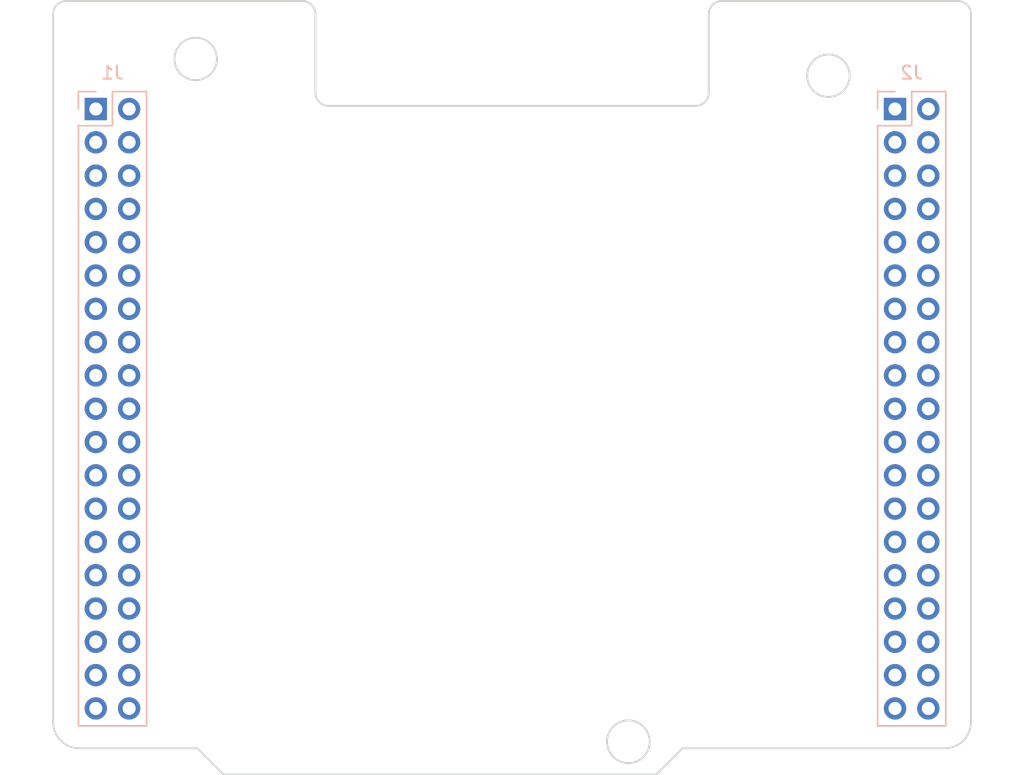
<source format=kicad_pcb>
(kicad_pcb (version 20171130) (host pcbnew "(5.1.8)-1")

  (general
    (thickness 1.6)
    (drawings 23)
    (tracks 0)
    (zones 0)
    (modules 2)
    (nets 1)
  )

  (page A4)
  (layers
    (0 F.Cu signal)
    (31 B.Cu signal)
    (32 B.Adhes user)
    (33 F.Adhes user)
    (34 B.Paste user)
    (35 F.Paste user)
    (36 B.SilkS user)
    (37 F.SilkS user hide)
    (38 B.Mask user)
    (39 F.Mask user)
    (40 Dwgs.User user hide)
    (41 Cmts.User user)
    (42 Eco1.User user)
    (43 Eco2.User user)
    (44 Edge.Cuts user)
    (45 Margin user)
    (46 B.CrtYd user hide)
    (47 F.CrtYd user hide)
    (48 B.Fab user)
    (49 F.Fab user hide)
  )

  (setup
    (last_trace_width 0.25)
    (trace_clearance 0.2)
    (zone_clearance 0.508)
    (zone_45_only no)
    (trace_min 0.2)
    (via_size 0.8)
    (via_drill 0.4)
    (via_min_size 0.4)
    (via_min_drill 0.3)
    (uvia_size 0.3)
    (uvia_drill 0.1)
    (uvias_allowed no)
    (uvia_min_size 0.2)
    (uvia_min_drill 0.1)
    (edge_width 0.05)
    (segment_width 0.2)
    (pcb_text_width 0.3)
    (pcb_text_size 1.5 1.5)
    (mod_edge_width 0.12)
    (mod_text_size 1 1)
    (mod_text_width 0.15)
    (pad_size 1.524 1.524)
    (pad_drill 0.762)
    (pad_to_mask_clearance 0)
    (aux_axis_origin 0 0)
    (grid_origin 35.779103 101.552105)
    (visible_elements FFFFFF7F)
    (pcbplotparams
      (layerselection 0x010fc_ffffffff)
      (usegerberextensions false)
      (usegerberattributes true)
      (usegerberadvancedattributes true)
      (creategerberjobfile true)
      (excludeedgelayer true)
      (linewidth 0.100000)
      (plotframeref false)
      (viasonmask false)
      (mode 1)
      (useauxorigin false)
      (hpglpennumber 1)
      (hpglpenspeed 20)
      (hpglpendiameter 15.000000)
      (psnegative false)
      (psa4output false)
      (plotreference true)
      (plotvalue true)
      (plotinvisibletext false)
      (padsonsilk false)
      (subtractmaskfromsilk false)
      (outputformat 1)
      (mirror false)
      (drillshape 1)
      (scaleselection 1)
      (outputdirectory ""))
  )

  (net 0 "")

  (net_class Default "This is the default net class."
    (clearance 0.2)
    (trace_width 0.25)
    (via_dia 0.8)
    (via_drill 0.4)
    (uvia_dia 0.3)
    (uvia_drill 0.1)
    (add_net "Net-(J1-Pad1)")
    (add_net "Net-(J1-Pad10)")
    (add_net "Net-(J1-Pad11)")
    (add_net "Net-(J1-Pad12)")
    (add_net "Net-(J1-Pad13)")
    (add_net "Net-(J1-Pad14)")
    (add_net "Net-(J1-Pad15)")
    (add_net "Net-(J1-Pad16)")
    (add_net "Net-(J1-Pad17)")
    (add_net "Net-(J1-Pad18)")
    (add_net "Net-(J1-Pad19)")
    (add_net "Net-(J1-Pad2)")
    (add_net "Net-(J1-Pad20)")
    (add_net "Net-(J1-Pad21)")
    (add_net "Net-(J1-Pad22)")
    (add_net "Net-(J1-Pad23)")
    (add_net "Net-(J1-Pad24)")
    (add_net "Net-(J1-Pad25)")
    (add_net "Net-(J1-Pad26)")
    (add_net "Net-(J1-Pad27)")
    (add_net "Net-(J1-Pad28)")
    (add_net "Net-(J1-Pad29)")
    (add_net "Net-(J1-Pad3)")
    (add_net "Net-(J1-Pad30)")
    (add_net "Net-(J1-Pad31)")
    (add_net "Net-(J1-Pad32)")
    (add_net "Net-(J1-Pad33)")
    (add_net "Net-(J1-Pad34)")
    (add_net "Net-(J1-Pad35)")
    (add_net "Net-(J1-Pad36)")
    (add_net "Net-(J1-Pad37)")
    (add_net "Net-(J1-Pad38)")
    (add_net "Net-(J1-Pad4)")
    (add_net "Net-(J1-Pad5)")
    (add_net "Net-(J1-Pad6)")
    (add_net "Net-(J1-Pad7)")
    (add_net "Net-(J1-Pad8)")
    (add_net "Net-(J1-Pad9)")
    (add_net "Net-(J2-Pad1)")
    (add_net "Net-(J2-Pad10)")
    (add_net "Net-(J2-Pad11)")
    (add_net "Net-(J2-Pad12)")
    (add_net "Net-(J2-Pad13)")
    (add_net "Net-(J2-Pad14)")
    (add_net "Net-(J2-Pad15)")
    (add_net "Net-(J2-Pad16)")
    (add_net "Net-(J2-Pad17)")
    (add_net "Net-(J2-Pad18)")
    (add_net "Net-(J2-Pad19)")
    (add_net "Net-(J2-Pad2)")
    (add_net "Net-(J2-Pad20)")
    (add_net "Net-(J2-Pad21)")
    (add_net "Net-(J2-Pad22)")
    (add_net "Net-(J2-Pad23)")
    (add_net "Net-(J2-Pad24)")
    (add_net "Net-(J2-Pad25)")
    (add_net "Net-(J2-Pad26)")
    (add_net "Net-(J2-Pad27)")
    (add_net "Net-(J2-Pad28)")
    (add_net "Net-(J2-Pad29)")
    (add_net "Net-(J2-Pad3)")
    (add_net "Net-(J2-Pad30)")
    (add_net "Net-(J2-Pad31)")
    (add_net "Net-(J2-Pad32)")
    (add_net "Net-(J2-Pad33)")
    (add_net "Net-(J2-Pad34)")
    (add_net "Net-(J2-Pad35)")
    (add_net "Net-(J2-Pad36)")
    (add_net "Net-(J2-Pad37)")
    (add_net "Net-(J2-Pad38)")
    (add_net "Net-(J2-Pad4)")
    (add_net "Net-(J2-Pad5)")
    (add_net "Net-(J2-Pad6)")
    (add_net "Net-(J2-Pad7)")
    (add_net "Net-(J2-Pad8)")
    (add_net "Net-(J2-Pad9)")
  )

  (module Connector_PinSocket_2.54mm:PinSocket_2x19_P2.54mm_Vertical (layer B.Cu) (tedit 5A19A42E) (tstamp 6019C2A9)
    (at 96.739103 101.552105 180)
    (descr "Through hole straight socket strip, 2x19, 2.54mm pitch, double cols (from Kicad 4.0.7), script generated")
    (tags "Through hole socket strip THT 2x19 2.54mm double row")
    (path /6019CEC4)
    (fp_text reference J2 (at -1.27 2.77) (layer B.SilkS)
      (effects (font (size 1 1) (thickness 0.15)) (justify mirror))
    )
    (fp_text value Conn_02x19_Odd_Even (at -1.27 -48.49) (layer B.Fab)
      (effects (font (size 1 1) (thickness 0.15)) (justify mirror))
    )
    (fp_text user %R (at -1.27 -22.86 270) (layer B.Fab)
      (effects (font (size 1 1) (thickness 0.15)) (justify mirror))
    )
    (fp_line (start -3.81 1.27) (end 0.27 1.27) (layer B.Fab) (width 0.1))
    (fp_line (start 0.27 1.27) (end 1.27 0.27) (layer B.Fab) (width 0.1))
    (fp_line (start 1.27 0.27) (end 1.27 -46.99) (layer B.Fab) (width 0.1))
    (fp_line (start 1.27 -46.99) (end -3.81 -46.99) (layer B.Fab) (width 0.1))
    (fp_line (start -3.81 -46.99) (end -3.81 1.27) (layer B.Fab) (width 0.1))
    (fp_line (start -3.87 1.33) (end -1.27 1.33) (layer B.SilkS) (width 0.12))
    (fp_line (start -3.87 1.33) (end -3.87 -47.05) (layer B.SilkS) (width 0.12))
    (fp_line (start -3.87 -47.05) (end 1.33 -47.05) (layer B.SilkS) (width 0.12))
    (fp_line (start 1.33 -1.27) (end 1.33 -47.05) (layer B.SilkS) (width 0.12))
    (fp_line (start -1.27 -1.27) (end 1.33 -1.27) (layer B.SilkS) (width 0.12))
    (fp_line (start -1.27 1.33) (end -1.27 -1.27) (layer B.SilkS) (width 0.12))
    (fp_line (start 1.33 1.33) (end 1.33 0) (layer B.SilkS) (width 0.12))
    (fp_line (start 0 1.33) (end 1.33 1.33) (layer B.SilkS) (width 0.12))
    (fp_line (start -4.34 1.8) (end 1.76 1.8) (layer B.CrtYd) (width 0.05))
    (fp_line (start 1.76 1.8) (end 1.76 -47.5) (layer B.CrtYd) (width 0.05))
    (fp_line (start 1.76 -47.5) (end -4.34 -47.5) (layer B.CrtYd) (width 0.05))
    (fp_line (start -4.34 -47.5) (end -4.34 1.8) (layer B.CrtYd) (width 0.05))
    (pad 38 thru_hole oval (at -2.54 -45.72 180) (size 1.7 1.7) (drill 1) (layers *.Cu *.Mask))
    (pad 37 thru_hole oval (at 0 -45.72 180) (size 1.7 1.7) (drill 1) (layers *.Cu *.Mask))
    (pad 36 thru_hole oval (at -2.54 -43.18 180) (size 1.7 1.7) (drill 1) (layers *.Cu *.Mask))
    (pad 35 thru_hole oval (at 0 -43.18 180) (size 1.7 1.7) (drill 1) (layers *.Cu *.Mask))
    (pad 34 thru_hole oval (at -2.54 -40.64 180) (size 1.7 1.7) (drill 1) (layers *.Cu *.Mask))
    (pad 33 thru_hole oval (at 0 -40.64 180) (size 1.7 1.7) (drill 1) (layers *.Cu *.Mask))
    (pad 32 thru_hole oval (at -2.54 -38.1 180) (size 1.7 1.7) (drill 1) (layers *.Cu *.Mask))
    (pad 31 thru_hole oval (at 0 -38.1 180) (size 1.7 1.7) (drill 1) (layers *.Cu *.Mask))
    (pad 30 thru_hole oval (at -2.54 -35.56 180) (size 1.7 1.7) (drill 1) (layers *.Cu *.Mask))
    (pad 29 thru_hole oval (at 0 -35.56 180) (size 1.7 1.7) (drill 1) (layers *.Cu *.Mask))
    (pad 28 thru_hole oval (at -2.54 -33.02 180) (size 1.7 1.7) (drill 1) (layers *.Cu *.Mask))
    (pad 27 thru_hole oval (at 0 -33.02 180) (size 1.7 1.7) (drill 1) (layers *.Cu *.Mask))
    (pad 26 thru_hole oval (at -2.54 -30.48 180) (size 1.7 1.7) (drill 1) (layers *.Cu *.Mask))
    (pad 25 thru_hole oval (at 0 -30.48 180) (size 1.7 1.7) (drill 1) (layers *.Cu *.Mask))
    (pad 24 thru_hole oval (at -2.54 -27.94 180) (size 1.7 1.7) (drill 1) (layers *.Cu *.Mask))
    (pad 23 thru_hole oval (at 0 -27.94 180) (size 1.7 1.7) (drill 1) (layers *.Cu *.Mask))
    (pad 22 thru_hole oval (at -2.54 -25.4 180) (size 1.7 1.7) (drill 1) (layers *.Cu *.Mask))
    (pad 21 thru_hole oval (at 0 -25.4 180) (size 1.7 1.7) (drill 1) (layers *.Cu *.Mask))
    (pad 20 thru_hole oval (at -2.54 -22.86 180) (size 1.7 1.7) (drill 1) (layers *.Cu *.Mask))
    (pad 19 thru_hole oval (at 0 -22.86 180) (size 1.7 1.7) (drill 1) (layers *.Cu *.Mask))
    (pad 18 thru_hole oval (at -2.54 -20.32 180) (size 1.7 1.7) (drill 1) (layers *.Cu *.Mask))
    (pad 17 thru_hole oval (at 0 -20.32 180) (size 1.7 1.7) (drill 1) (layers *.Cu *.Mask))
    (pad 16 thru_hole oval (at -2.54 -17.78 180) (size 1.7 1.7) (drill 1) (layers *.Cu *.Mask))
    (pad 15 thru_hole oval (at 0 -17.78 180) (size 1.7 1.7) (drill 1) (layers *.Cu *.Mask))
    (pad 14 thru_hole oval (at -2.54 -15.24 180) (size 1.7 1.7) (drill 1) (layers *.Cu *.Mask))
    (pad 13 thru_hole oval (at 0 -15.24 180) (size 1.7 1.7) (drill 1) (layers *.Cu *.Mask))
    (pad 12 thru_hole oval (at -2.54 -12.7 180) (size 1.7 1.7) (drill 1) (layers *.Cu *.Mask))
    (pad 11 thru_hole oval (at 0 -12.7 180) (size 1.7 1.7) (drill 1) (layers *.Cu *.Mask))
    (pad 10 thru_hole oval (at -2.54 -10.16 180) (size 1.7 1.7) (drill 1) (layers *.Cu *.Mask))
    (pad 9 thru_hole oval (at 0 -10.16 180) (size 1.7 1.7) (drill 1) (layers *.Cu *.Mask))
    (pad 8 thru_hole oval (at -2.54 -7.62 180) (size 1.7 1.7) (drill 1) (layers *.Cu *.Mask))
    (pad 7 thru_hole oval (at 0 -7.62 180) (size 1.7 1.7) (drill 1) (layers *.Cu *.Mask))
    (pad 6 thru_hole oval (at -2.54 -5.08 180) (size 1.7 1.7) (drill 1) (layers *.Cu *.Mask))
    (pad 5 thru_hole oval (at 0 -5.08 180) (size 1.7 1.7) (drill 1) (layers *.Cu *.Mask))
    (pad 4 thru_hole oval (at -2.54 -2.54 180) (size 1.7 1.7) (drill 1) (layers *.Cu *.Mask))
    (pad 3 thru_hole oval (at 0 -2.54 180) (size 1.7 1.7) (drill 1) (layers *.Cu *.Mask))
    (pad 2 thru_hole oval (at -2.54 0 180) (size 1.7 1.7) (drill 1) (layers *.Cu *.Mask))
    (pad 1 thru_hole rect (at 0 0 180) (size 1.7 1.7) (drill 1) (layers *.Cu *.Mask))
    (model ${KISYS3DMOD}/Connector_PinSocket_2.54mm.3dshapes/PinSocket_2x19_P2.54mm_Vertical.wrl
      (at (xyz 0 0 0))
      (scale (xyz 1 1 1))
      (rotate (xyz 0 0 0))
    )
  )

  (module Connector_PinSocket_2.54mm:PinSocket_2x19_P2.54mm_Vertical (layer B.Cu) (tedit 5A19A42E) (tstamp 6019BDC5)
    (at 35.779103 101.552105 180)
    (descr "Through hole straight socket strip, 2x19, 2.54mm pitch, double cols (from Kicad 4.0.7), script generated")
    (tags "Through hole socket strip THT 2x19 2.54mm double row")
    (path /60198722)
    (fp_text reference J1 (at -1.27 2.77) (layer B.SilkS)
      (effects (font (size 1 1) (thickness 0.15)) (justify mirror))
    )
    (fp_text value Conn_02x19_Odd_Even (at -1.27 -48.49) (layer B.Fab)
      (effects (font (size 1 1) (thickness 0.15)) (justify mirror))
    )
    (fp_text user %R (at -1.27 -22.86 270) (layer B.Fab)
      (effects (font (size 1 1) (thickness 0.15)) (justify mirror))
    )
    (fp_line (start -3.81 1.27) (end 0.27 1.27) (layer B.Fab) (width 0.1))
    (fp_line (start 0.27 1.27) (end 1.27 0.27) (layer B.Fab) (width 0.1))
    (fp_line (start 1.27 0.27) (end 1.27 -46.99) (layer B.Fab) (width 0.1))
    (fp_line (start 1.27 -46.99) (end -3.81 -46.99) (layer B.Fab) (width 0.1))
    (fp_line (start -3.81 -46.99) (end -3.81 1.27) (layer B.Fab) (width 0.1))
    (fp_line (start -3.87 1.33) (end -1.27 1.33) (layer B.SilkS) (width 0.12))
    (fp_line (start -3.87 1.33) (end -3.87 -47.05) (layer B.SilkS) (width 0.12))
    (fp_line (start -3.87 -47.05) (end 1.33 -47.05) (layer B.SilkS) (width 0.12))
    (fp_line (start 1.33 -1.27) (end 1.33 -47.05) (layer B.SilkS) (width 0.12))
    (fp_line (start -1.27 -1.27) (end 1.33 -1.27) (layer B.SilkS) (width 0.12))
    (fp_line (start -1.27 1.33) (end -1.27 -1.27) (layer B.SilkS) (width 0.12))
    (fp_line (start 1.33 1.33) (end 1.33 0) (layer B.SilkS) (width 0.12))
    (fp_line (start 0 1.33) (end 1.33 1.33) (layer B.SilkS) (width 0.12))
    (fp_line (start -4.34 1.8) (end 1.76 1.8) (layer B.CrtYd) (width 0.05))
    (fp_line (start 1.76 1.8) (end 1.76 -47.5) (layer B.CrtYd) (width 0.05))
    (fp_line (start 1.76 -47.5) (end -4.34 -47.5) (layer B.CrtYd) (width 0.05))
    (fp_line (start -4.34 -47.5) (end -4.34 1.8) (layer B.CrtYd) (width 0.05))
    (pad 38 thru_hole oval (at -2.54 -45.72 180) (size 1.7 1.7) (drill 1) (layers *.Cu *.Mask))
    (pad 37 thru_hole oval (at 0 -45.72 180) (size 1.7 1.7) (drill 1) (layers *.Cu *.Mask))
    (pad 36 thru_hole oval (at -2.54 -43.18 180) (size 1.7 1.7) (drill 1) (layers *.Cu *.Mask))
    (pad 35 thru_hole oval (at 0 -43.18 180) (size 1.7 1.7) (drill 1) (layers *.Cu *.Mask))
    (pad 34 thru_hole oval (at -2.54 -40.64 180) (size 1.7 1.7) (drill 1) (layers *.Cu *.Mask))
    (pad 33 thru_hole oval (at 0 -40.64 180) (size 1.7 1.7) (drill 1) (layers *.Cu *.Mask))
    (pad 32 thru_hole oval (at -2.54 -38.1 180) (size 1.7 1.7) (drill 1) (layers *.Cu *.Mask))
    (pad 31 thru_hole oval (at 0 -38.1 180) (size 1.7 1.7) (drill 1) (layers *.Cu *.Mask))
    (pad 30 thru_hole oval (at -2.54 -35.56 180) (size 1.7 1.7) (drill 1) (layers *.Cu *.Mask))
    (pad 29 thru_hole oval (at 0 -35.56 180) (size 1.7 1.7) (drill 1) (layers *.Cu *.Mask))
    (pad 28 thru_hole oval (at -2.54 -33.02 180) (size 1.7 1.7) (drill 1) (layers *.Cu *.Mask))
    (pad 27 thru_hole oval (at 0 -33.02 180) (size 1.7 1.7) (drill 1) (layers *.Cu *.Mask))
    (pad 26 thru_hole oval (at -2.54 -30.48 180) (size 1.7 1.7) (drill 1) (layers *.Cu *.Mask))
    (pad 25 thru_hole oval (at 0 -30.48 180) (size 1.7 1.7) (drill 1) (layers *.Cu *.Mask))
    (pad 24 thru_hole oval (at -2.54 -27.94 180) (size 1.7 1.7) (drill 1) (layers *.Cu *.Mask))
    (pad 23 thru_hole oval (at 0 -27.94 180) (size 1.7 1.7) (drill 1) (layers *.Cu *.Mask))
    (pad 22 thru_hole oval (at -2.54 -25.4 180) (size 1.7 1.7) (drill 1) (layers *.Cu *.Mask))
    (pad 21 thru_hole oval (at 0 -25.4 180) (size 1.7 1.7) (drill 1) (layers *.Cu *.Mask))
    (pad 20 thru_hole oval (at -2.54 -22.86 180) (size 1.7 1.7) (drill 1) (layers *.Cu *.Mask))
    (pad 19 thru_hole oval (at 0 -22.86 180) (size 1.7 1.7) (drill 1) (layers *.Cu *.Mask))
    (pad 18 thru_hole oval (at -2.54 -20.32 180) (size 1.7 1.7) (drill 1) (layers *.Cu *.Mask))
    (pad 17 thru_hole oval (at 0 -20.32 180) (size 1.7 1.7) (drill 1) (layers *.Cu *.Mask))
    (pad 16 thru_hole oval (at -2.54 -17.78 180) (size 1.7 1.7) (drill 1) (layers *.Cu *.Mask))
    (pad 15 thru_hole oval (at 0 -17.78 180) (size 1.7 1.7) (drill 1) (layers *.Cu *.Mask))
    (pad 14 thru_hole oval (at -2.54 -15.24 180) (size 1.7 1.7) (drill 1) (layers *.Cu *.Mask))
    (pad 13 thru_hole oval (at 0 -15.24 180) (size 1.7 1.7) (drill 1) (layers *.Cu *.Mask))
    (pad 12 thru_hole oval (at -2.54 -12.7 180) (size 1.7 1.7) (drill 1) (layers *.Cu *.Mask))
    (pad 11 thru_hole oval (at 0 -12.7 180) (size 1.7 1.7) (drill 1) (layers *.Cu *.Mask))
    (pad 10 thru_hole oval (at -2.54 -10.16 180) (size 1.7 1.7) (drill 1) (layers *.Cu *.Mask))
    (pad 9 thru_hole oval (at 0 -10.16 180) (size 1.7 1.7) (drill 1) (layers *.Cu *.Mask))
    (pad 8 thru_hole oval (at -2.54 -7.62 180) (size 1.7 1.7) (drill 1) (layers *.Cu *.Mask))
    (pad 7 thru_hole oval (at 0 -7.62 180) (size 1.7 1.7) (drill 1) (layers *.Cu *.Mask))
    (pad 6 thru_hole oval (at -2.54 -5.08 180) (size 1.7 1.7) (drill 1) (layers *.Cu *.Mask))
    (pad 5 thru_hole oval (at 0 -5.08 180) (size 1.7 1.7) (drill 1) (layers *.Cu *.Mask))
    (pad 4 thru_hole oval (at -2.54 -2.54 180) (size 1.7 1.7) (drill 1) (layers *.Cu *.Mask))
    (pad 3 thru_hole oval (at 0 -2.54 180) (size 1.7 1.7) (drill 1) (layers *.Cu *.Mask))
    (pad 2 thru_hole oval (at -2.54 0 180) (size 1.7 1.7) (drill 1) (layers *.Cu *.Mask))
    (pad 1 thru_hole rect (at 0 0 180) (size 1.7 1.7) (drill 1) (layers *.Cu *.Mask))
    (model ${KISYS3DMOD}/Connector_PinSocket_2.54mm.3dshapes/PinSocket_2x19_P2.54mm_Vertical.wrl
      (at (xyz 0 0 0))
      (scale (xyz 1 1 1))
      (rotate (xyz 0 0 0))
    )
  )

  (gr_line (start 43.529103 150.312105) (end 45.529103 152.312105) (layer Edge.Cuts) (width 0.15) (tstamp 6019312F))
  (gr_circle (center 76.399103 149.812105) (end 78.029103 149.812105) (layer Edge.Cuts) (width 0.15) (tstamp 60193123))
  (gr_arc (start 51.529103 94.312105) (end 51.529103 93.312105) (angle 90) (layer Edge.Cuts) (width 0.15) (tstamp 60193136))
  (gr_line (start 34.529103 150.312105) (end 43.529103 150.312105) (layer Edge.Cuts) (width 0.15) (tstamp 60193135))
  (gr_arc (start 33.529103 94.312105) (end 32.529103 94.312105) (angle 90) (layer Edge.Cuts) (width 0.15) (tstamp 60193134))
  (gr_line (start 101.529103 93.312105) (end 83.529103 93.312105) (layer Edge.Cuts) (width 0.15) (tstamp 60193133))
  (gr_line (start 33.529103 93.312105) (end 51.529103 93.312105) (layer Edge.Cuts) (width 0.15) (tstamp 60193132))
  (gr_line (start 82.529103 94.312105) (end 82.529103 100.312105) (layer Edge.Cuts) (width 0.15) (tstamp 60193131))
  (gr_line (start 81.529103 101.312105) (end 53.529103 101.312105) (layer Edge.Cuts) (width 0.15) (tstamp 60193130))
  (gr_arc (start 53.529103 100.312105) (end 53.529103 101.312105) (angle 90) (layer Edge.Cuts) (width 0.15) (tstamp 6019312E))
  (gr_line (start 45.529103 152.312105) (end 78.529103 152.312105) (layer Edge.Cuts) (width 0.15) (tstamp 6019312D))
  (gr_arc (start 83.529103 94.312105) (end 82.529103 94.312105) (angle 90) (layer Edge.Cuts) (width 0.15) (tstamp 6019312C))
  (gr_arc (start 81.529103 100.312105) (end 82.529103 100.312105) (angle 90) (layer Edge.Cuts) (width 0.15) (tstamp 6019312B))
  (gr_line (start 78.529103 152.312105) (end 80.529103 150.312105) (layer Edge.Cuts) (width 0.15) (tstamp 6019312A))
  (gr_line (start 52.529103 94.312105) (end 52.529103 100.312105) (layer Edge.Cuts) (width 0.15) (tstamp 60193129))
  (gr_line (start 80.529103 150.312105) (end 100.529103 150.312105) (layer Edge.Cuts) (width 0.15) (tstamp 60193128))
  (gr_line (start 102.529103 148.312105) (end 102.529103 94.312105) (layer Edge.Cuts) (width 0.15) (tstamp 60193127))
  (gr_line (start 32.529103 148.312105) (end 32.529103 94.312105) (layer Edge.Cuts) (width 0.15) (tstamp 60193126))
  (gr_arc (start 100.529103 148.312105) (end 102.529103 148.312105) (angle 90) (layer Edge.Cuts) (width 0.15) (tstamp 60193125))
  (gr_arc (start 34.529103 148.312105) (end 34.529103 150.312105) (angle 90) (layer Edge.Cuts) (width 0.15) (tstamp 60193124))
  (gr_circle (center 91.659103 99.012105) (end 93.279103 99.012105) (layer Edge.Cuts) (width 0.15) (tstamp 60193122))
  (gr_circle (center 43.399103 97.732105) (end 45.019103 97.732105) (layer Edge.Cuts) (width 0.15) (tstamp 60193121))
  (gr_arc (start 101.529103 94.312105) (end 101.529103 93.312105) (angle 90) (layer Edge.Cuts) (width 0.15) (tstamp 60193120))

)

</source>
